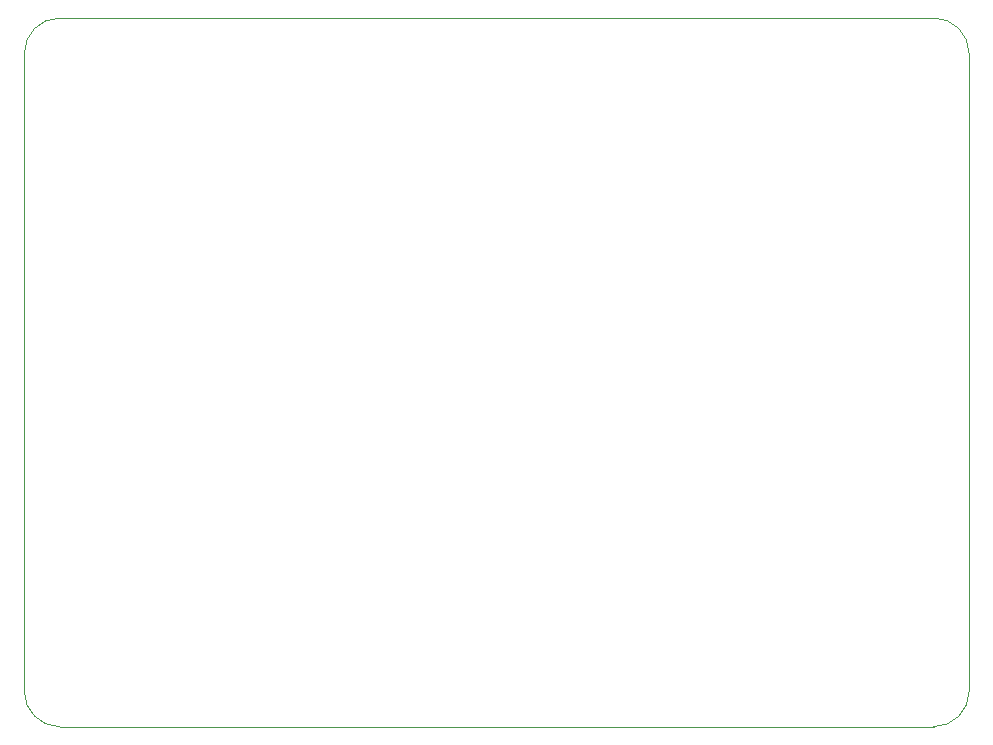
<source format=gm1>
G04 #@! TF.GenerationSoftware,KiCad,Pcbnew,7.0.6*
G04 #@! TF.CreationDate,2023-12-17T20:00:09+09:00*
G04 #@! TF.ProjectId,EB-BLDC,45422d42-4c44-4432-9e6b-696361645f70,V1_0*
G04 #@! TF.SameCoordinates,Original*
G04 #@! TF.FileFunction,Profile,NP*
%FSLAX46Y46*%
G04 Gerber Fmt 4.6, Leading zero omitted, Abs format (unit mm)*
G04 Created by KiCad (PCBNEW 7.0.6) date 2023-12-17 20:00:09*
%MOMM*%
%LPD*%
G01*
G04 APERTURE LIST*
G04 #@! TA.AperFunction,Profile*
%ADD10C,0.100000*%
G04 #@! TD*
G04 APERTURE END LIST*
D10*
X-37000000Y30000000D02*
X37000000Y30000000D01*
X37000000Y-30000000D02*
G75*
G03*
X40000000Y-27000000I0J3000000D01*
G01*
X40000000Y27000000D02*
G75*
G03*
X37000000Y30000000I-3000000J0D01*
G01*
X-40000000Y-27000000D02*
X-40000000Y27000000D01*
X-37000000Y30000000D02*
G75*
G03*
X-40000000Y27000000I1J-3000001D01*
G01*
X-40000000Y-27000000D02*
G75*
G03*
X-37000000Y-30000000I3000001J1D01*
G01*
X37000000Y-30000000D02*
X-37000000Y-30000000D01*
X40000000Y27000000D02*
X40000000Y-27000000D01*
M02*

</source>
